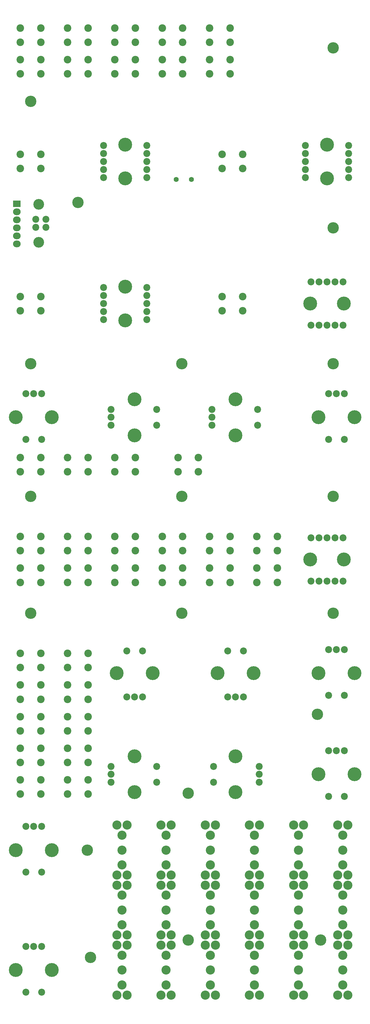
<source format=gbs>
G04 #@! TF.FileFunction,Soldermask,Bot*
%FSLAX46Y46*%
G04 Gerber Fmt 4.6, Leading zero omitted, Abs format (unit mm)*
G04 Created by KiCad (PCBNEW 4.0.2-stable) date 20/06/2016 17:59:36*
%MOMM*%
G01*
G04 APERTURE LIST*
%ADD10C,0.100000*%
%ADD11C,4.400000*%
%ADD12C,2.200000*%
%ADD13C,2.400000*%
%ADD14R,2.432000X2.127200*%
%ADD15O,2.432000X2.127200*%
%ADD16C,3.400000*%
%ADD17C,1.600000*%
%ADD18C,3.600000*%
%ADD19C,2.900000*%
G04 APERTURE END LIST*
D10*
D11*
X199650000Y-216000000D03*
D12*
X205000000Y-222840000D03*
X207540000Y-222840000D03*
X210080000Y-222840000D03*
X202460000Y-222840000D03*
X199920000Y-222840000D03*
X199920000Y-209160000D03*
X202460000Y-209160000D03*
X210080000Y-209160000D03*
X207540000Y-209160000D03*
X205000000Y-209160000D03*
D11*
X210350000Y-216000000D03*
X199650000Y-135000000D03*
D12*
X205000000Y-141840000D03*
X207540000Y-141840000D03*
X210080000Y-141840000D03*
X202460000Y-141840000D03*
X199920000Y-141840000D03*
X199920000Y-128160000D03*
X202460000Y-128160000D03*
X210080000Y-128160000D03*
X207540000Y-128160000D03*
X205000000Y-128160000D03*
D11*
X210350000Y-135000000D03*
X205000000Y-95350000D03*
D12*
X211840000Y-90000000D03*
X211840000Y-87460000D03*
X211840000Y-84920000D03*
X211840000Y-92540000D03*
X211840000Y-95080000D03*
X198160000Y-95080000D03*
X198160000Y-92540000D03*
X198160000Y-84920000D03*
X198160000Y-87460000D03*
X198160000Y-90000000D03*
D11*
X205000000Y-84650000D03*
X141000000Y-140350000D03*
D12*
X147840000Y-135000000D03*
X147840000Y-132460000D03*
X147840000Y-129920000D03*
X147840000Y-137540000D03*
X147840000Y-140080000D03*
X134160000Y-140080000D03*
X134160000Y-137540000D03*
X134160000Y-129920000D03*
X134160000Y-132460000D03*
X134160000Y-135000000D03*
D11*
X141000000Y-129650000D03*
X141000000Y-95350000D03*
D12*
X147840000Y-90000000D03*
X147840000Y-87460000D03*
X147840000Y-84920000D03*
X147840000Y-92540000D03*
X147840000Y-95080000D03*
X134160000Y-95080000D03*
X134160000Y-92540000D03*
X134160000Y-84920000D03*
X134160000Y-87460000D03*
X134160000Y-90000000D03*
D11*
X141000000Y-84650000D03*
D13*
X164250000Y-183750000D03*
X164250000Y-188250000D03*
X157750000Y-183750000D03*
X157750000Y-188250000D03*
X189250000Y-218750000D03*
X189250000Y-223250000D03*
X182750000Y-218750000D03*
X182750000Y-223250000D03*
X189250000Y-208750000D03*
X189250000Y-213250000D03*
X182750000Y-208750000D03*
X182750000Y-213250000D03*
X178250000Y-132750000D03*
X178250000Y-137250000D03*
X171750000Y-132750000D03*
X171750000Y-137250000D03*
X178250000Y-87750000D03*
X178250000Y-92250000D03*
X171750000Y-87750000D03*
X171750000Y-92250000D03*
X129250000Y-285750000D03*
X129250000Y-290250000D03*
X122750000Y-285750000D03*
X122750000Y-290250000D03*
X114250000Y-285750000D03*
X114250000Y-290250000D03*
X107750000Y-285750000D03*
X107750000Y-290250000D03*
X129250000Y-275750000D03*
X129250000Y-280250000D03*
X122750000Y-275750000D03*
X122750000Y-280250000D03*
X114250000Y-275750000D03*
X114250000Y-280250000D03*
X107750000Y-275750000D03*
X107750000Y-280250000D03*
X129250000Y-265750000D03*
X129250000Y-270250000D03*
X122750000Y-265750000D03*
X122750000Y-270250000D03*
X114250000Y-265750000D03*
X114250000Y-270250000D03*
X107750000Y-265750000D03*
X107750000Y-270250000D03*
X129250000Y-255750000D03*
X129250000Y-260250000D03*
X122750000Y-255750000D03*
X122750000Y-260250000D03*
X114250000Y-255750000D03*
X114250000Y-260250000D03*
X107750000Y-255750000D03*
X107750000Y-260250000D03*
X129250000Y-245750000D03*
X129250000Y-250250000D03*
X122750000Y-245750000D03*
X122750000Y-250250000D03*
X114250000Y-245750000D03*
X114250000Y-250250000D03*
X107750000Y-245750000D03*
X107750000Y-250250000D03*
X174250000Y-218750000D03*
X174250000Y-223250000D03*
X167750000Y-218750000D03*
X167750000Y-223250000D03*
X174250000Y-208750000D03*
X174250000Y-213250000D03*
X167750000Y-208750000D03*
X167750000Y-213250000D03*
X159250000Y-218750000D03*
X159250000Y-223250000D03*
X152750000Y-218750000D03*
X152750000Y-223250000D03*
X159250000Y-208750000D03*
X159250000Y-213250000D03*
X152750000Y-208750000D03*
X152750000Y-213250000D03*
X144250000Y-218750000D03*
X144250000Y-223250000D03*
X137750000Y-218750000D03*
X137750000Y-223250000D03*
X144250000Y-208750000D03*
X144250000Y-213250000D03*
X137750000Y-208750000D03*
X137750000Y-213250000D03*
X129250000Y-218750000D03*
X129250000Y-223250000D03*
X122750000Y-218750000D03*
X122750000Y-223250000D03*
X129250000Y-208750000D03*
X129250000Y-213250000D03*
X122750000Y-208750000D03*
X122750000Y-213250000D03*
X114250000Y-218750000D03*
X114250000Y-223250000D03*
X107750000Y-218750000D03*
X107750000Y-223250000D03*
X114250000Y-208750000D03*
X114250000Y-213250000D03*
X107750000Y-208750000D03*
X107750000Y-213250000D03*
X144250000Y-183750000D03*
X144250000Y-188250000D03*
X137750000Y-183750000D03*
X137750000Y-188250000D03*
X129250000Y-183750000D03*
X129250000Y-188250000D03*
X122750000Y-183750000D03*
X122750000Y-188250000D03*
X114250000Y-183750000D03*
X114250000Y-188250000D03*
X107750000Y-183750000D03*
X107750000Y-188250000D03*
X114250000Y-132750000D03*
X114250000Y-137250000D03*
X107750000Y-132750000D03*
X107750000Y-137250000D03*
X114250000Y-87750000D03*
X114250000Y-92250000D03*
X107750000Y-87750000D03*
X107750000Y-92250000D03*
X167750000Y-62250000D03*
X167750000Y-57750000D03*
X174250000Y-62250000D03*
X174250000Y-57750000D03*
X174250000Y-47750000D03*
X174250000Y-52250000D03*
X167750000Y-47750000D03*
X167750000Y-52250000D03*
X152750000Y-62250000D03*
X152750000Y-57750000D03*
X159250000Y-62250000D03*
X159250000Y-57750000D03*
X159250000Y-47750000D03*
X159250000Y-52250000D03*
X152750000Y-47750000D03*
X152750000Y-52250000D03*
X137750000Y-62250000D03*
X137750000Y-57750000D03*
X144250000Y-62250000D03*
X144250000Y-57750000D03*
X144250000Y-47750000D03*
X144250000Y-52250000D03*
X137750000Y-47750000D03*
X137750000Y-52250000D03*
X122750000Y-62250000D03*
X122750000Y-57750000D03*
X129250000Y-62250000D03*
X129250000Y-57750000D03*
X129250000Y-47750000D03*
X129250000Y-52250000D03*
X122750000Y-47750000D03*
X122750000Y-52250000D03*
X107750000Y-62250000D03*
X107750000Y-57750000D03*
X114250000Y-62250000D03*
X114250000Y-57750000D03*
X114250000Y-47750000D03*
X114250000Y-52250000D03*
X107750000Y-47750000D03*
X107750000Y-52250000D03*
D14*
X106600000Y-103380000D03*
D15*
X106600000Y-105920000D03*
X106600000Y-108460000D03*
X106600000Y-111000000D03*
X106600000Y-113540000D03*
X106600000Y-116080000D03*
D12*
X112650000Y-110850000D03*
X112650000Y-108350000D03*
X115850000Y-108350000D03*
D16*
X113600000Y-103580000D03*
X113600000Y-115620000D03*
D12*
X115850000Y-110850000D03*
D17*
X157160000Y-95700000D03*
X162040000Y-95700000D03*
D18*
X161000000Y-290000000D03*
X202000000Y-265000000D03*
X159000000Y-233000000D03*
X159000000Y-196000000D03*
X126000000Y-103000000D03*
X111000000Y-196000000D03*
X207000000Y-196000000D03*
X207000000Y-154000000D03*
X111000000Y-154000000D03*
X159000000Y-154000000D03*
X111000000Y-71000000D03*
X207000000Y-54000000D03*
X207000000Y-111000000D03*
X129000000Y-308000000D03*
X207000000Y-233000000D03*
X111000000Y-233000000D03*
X130000000Y-342000000D03*
X203000000Y-336500000D03*
X161000000Y-336500000D03*
D19*
X138399800Y-300100600D03*
X141600200Y-300100600D03*
X138399800Y-315899400D03*
X141600200Y-315899400D03*
X140000000Y-312699000D03*
X140000000Y-303301000D03*
X140000000Y-308000000D03*
X152399800Y-300100600D03*
X155600200Y-300100600D03*
X152399800Y-315899400D03*
X155600200Y-315899400D03*
X154000000Y-312699000D03*
X154000000Y-303301000D03*
X154000000Y-308000000D03*
X166399800Y-300100600D03*
X169600200Y-300100600D03*
X166399800Y-315899400D03*
X169600200Y-315899400D03*
X168000000Y-312699000D03*
X168000000Y-303301000D03*
X168000000Y-308000000D03*
X138399800Y-319100600D03*
X141600200Y-319100600D03*
X138399800Y-334899400D03*
X141600200Y-334899400D03*
X140000000Y-331699000D03*
X140000000Y-322301000D03*
X140000000Y-327000000D03*
X152399800Y-319100600D03*
X155600200Y-319100600D03*
X152399800Y-334899400D03*
X155600200Y-334899400D03*
X154000000Y-331699000D03*
X154000000Y-322301000D03*
X154000000Y-327000000D03*
X166399800Y-319100600D03*
X169600200Y-319100600D03*
X166399800Y-334899400D03*
X169600200Y-334899400D03*
X168000000Y-331699000D03*
X168000000Y-322301000D03*
X168000000Y-327000000D03*
X138399800Y-338100600D03*
X141600200Y-338100600D03*
X138399800Y-353899400D03*
X141600200Y-353899400D03*
X140000000Y-350699000D03*
X140000000Y-341301000D03*
X140000000Y-346000000D03*
X152399800Y-338100600D03*
X155600200Y-338100600D03*
X152399800Y-353899400D03*
X155600200Y-353899400D03*
X154000000Y-350699000D03*
X154000000Y-341301000D03*
X154000000Y-346000000D03*
X166399800Y-338100600D03*
X169600200Y-338100600D03*
X166399800Y-353899400D03*
X169600200Y-353899400D03*
X168000000Y-350699000D03*
X168000000Y-341301000D03*
X168000000Y-346000000D03*
X180399800Y-300100600D03*
X183600200Y-300100600D03*
X180399800Y-315899400D03*
X183600200Y-315899400D03*
X182000000Y-312699000D03*
X182000000Y-303301000D03*
X182000000Y-308000000D03*
X194399800Y-300100600D03*
X197600200Y-300100600D03*
X194399800Y-315899400D03*
X197600200Y-315899400D03*
X196000000Y-312699000D03*
X196000000Y-303301000D03*
X196000000Y-308000000D03*
X208399800Y-300100600D03*
X211600200Y-300100600D03*
X208399800Y-315899400D03*
X211600200Y-315899400D03*
X210000000Y-312699000D03*
X210000000Y-303301000D03*
X210000000Y-308000000D03*
X180399800Y-319100600D03*
X183600200Y-319100600D03*
X180399800Y-334899400D03*
X183600200Y-334899400D03*
X182000000Y-331699000D03*
X182000000Y-322301000D03*
X182000000Y-327000000D03*
X194399800Y-319100600D03*
X197600200Y-319100600D03*
X194399800Y-334899400D03*
X197600200Y-334899400D03*
X196000000Y-331699000D03*
X196000000Y-322301000D03*
X196000000Y-327000000D03*
X208399800Y-319100600D03*
X211600200Y-319100600D03*
X208399800Y-334899400D03*
X211600200Y-334899400D03*
X210000000Y-331699000D03*
X210000000Y-322301000D03*
X210000000Y-327000000D03*
X180399800Y-338100600D03*
X183600200Y-338100600D03*
X180399800Y-353899400D03*
X183600200Y-353899400D03*
X182000000Y-350699000D03*
X182000000Y-341301000D03*
X182000000Y-346000000D03*
X194399800Y-338100600D03*
X197600200Y-338100600D03*
X194399800Y-353899400D03*
X197600200Y-353899400D03*
X196000000Y-350699000D03*
X196000000Y-341301000D03*
X196000000Y-346000000D03*
X208399800Y-338100600D03*
X211600200Y-338100600D03*
X208399800Y-353899400D03*
X211600200Y-353899400D03*
X210000000Y-350699000D03*
X210000000Y-341301000D03*
X210000000Y-346000000D03*
D11*
X117700000Y-171000000D03*
D12*
X112000000Y-163500000D03*
X109500000Y-163500000D03*
X114500000Y-163500000D03*
X114500000Y-178000000D03*
X109500000Y-178000000D03*
D11*
X106300000Y-171000000D03*
X117700000Y-308000000D03*
D12*
X112000000Y-300500000D03*
X109500000Y-300500000D03*
X114500000Y-300500000D03*
X114500000Y-315000000D03*
X109500000Y-315000000D03*
D11*
X106300000Y-308000000D03*
X117700000Y-346000000D03*
D12*
X112000000Y-338500000D03*
X109500000Y-338500000D03*
X114500000Y-338500000D03*
X114500000Y-353000000D03*
X109500000Y-353000000D03*
D11*
X106300000Y-346000000D03*
X138300000Y-252000000D03*
D12*
X144000000Y-259500000D03*
X146500000Y-259500000D03*
X141500000Y-259500000D03*
X141500000Y-245000000D03*
X146500000Y-245000000D03*
D11*
X149700000Y-252000000D03*
X144000000Y-278300000D03*
D12*
X136500000Y-284000000D03*
X136500000Y-286500000D03*
X136500000Y-281500000D03*
X151000000Y-281500000D03*
X151000000Y-286500000D03*
D11*
X144000000Y-289700000D03*
X170300000Y-252000000D03*
D12*
X176000000Y-259500000D03*
X178500000Y-259500000D03*
X173500000Y-259500000D03*
X173500000Y-245000000D03*
X178500000Y-245000000D03*
D11*
X181700000Y-252000000D03*
X176000000Y-289700000D03*
D12*
X183500000Y-284000000D03*
X183500000Y-281500000D03*
X183500000Y-286500000D03*
X169000000Y-286500000D03*
X169000000Y-281500000D03*
D11*
X176000000Y-278300000D03*
X213700000Y-252000000D03*
D12*
X208000000Y-244500000D03*
X205500000Y-244500000D03*
X210500000Y-244500000D03*
X210500000Y-259000000D03*
X205500000Y-259000000D03*
D11*
X202300000Y-252000000D03*
X213700000Y-284000000D03*
D12*
X208000000Y-276500000D03*
X205500000Y-276500000D03*
X210500000Y-276500000D03*
X210500000Y-291000000D03*
X205500000Y-291000000D03*
D11*
X202300000Y-284000000D03*
X144000000Y-165300000D03*
D12*
X136500000Y-171000000D03*
X136500000Y-173500000D03*
X136500000Y-168500000D03*
X151000000Y-168500000D03*
X151000000Y-173500000D03*
D11*
X144000000Y-176700000D03*
X176000000Y-165300000D03*
D12*
X168500000Y-171000000D03*
X168500000Y-173500000D03*
X168500000Y-168500000D03*
X183000000Y-168500000D03*
X183000000Y-173500000D03*
D11*
X176000000Y-176700000D03*
X213700000Y-171000000D03*
D12*
X208000000Y-163500000D03*
X205500000Y-163500000D03*
X210500000Y-163500000D03*
X210500000Y-178000000D03*
X205500000Y-178000000D03*
D11*
X202300000Y-171000000D03*
M02*

</source>
